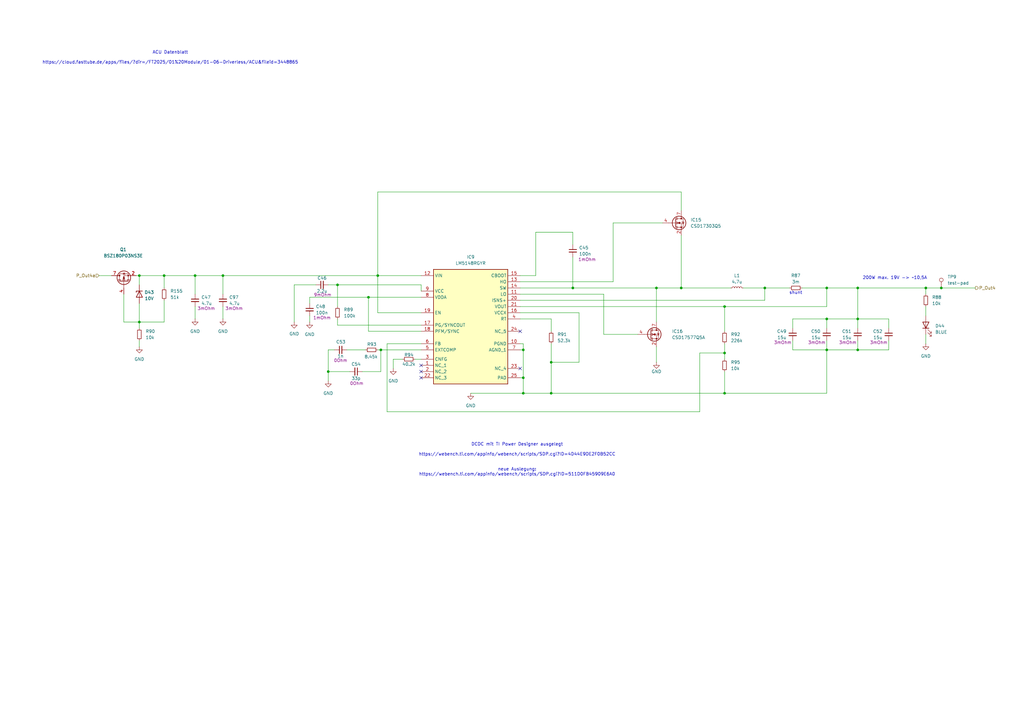
<source format=kicad_sch>
(kicad_sch (version 20231120) (generator "eeschema") (generator_version "8.0")
  (paper "A3")
  (title_block (title "PDU FT25") (date "2025-01-15") (rev "V1.2") (company "Janek Herm") (comment 1 "FaSTTUBe Electronics"))
  (lib_symbols
    (symbol "Connector:TestPoint" (pin_numbers hide) (pin_names (offset 0.762) hide)
      (property "Reference" "TP" (at 0 6.858 0))
      (property "Value" "TestPoint" (at 0 5.08 0))
      (symbol "TestPoint_0_1"
        (circle (center 0 3.302) (radius 0.762))
      )
      (symbol "TestPoint_1_1"
        (pin passive line (at 0 0 90) (length 2.54) (name "1") (number "1"))
      )
    )
    (symbol "Device:C_Small" (pin_numbers hide) (pin_names (offset 0.254) hide)
      (property "Reference" "C" (at 0.254 1.778 0))
      (property "Value" "C_Small" (at 0.254 -2.032 0))
      (symbol "C_Small_0_1"
        (polyline (pts (xy -1.524 -0.508) (xy 1.524 -0.508)) (stroke (width 0.3302)))
        (polyline (pts (xy -1.524 0.508) (xy 1.524 0.508)) (stroke (width 0.3048)))
      )
      (symbol "C_Small_1_1"
        (pin passive line (at 0 2.54 270) (length 2.032) (name "~") (number "1"))
        (pin passive line (at 0 -2.54 90) (length 2.032) (name "~") (number "2"))
      )
    )
    (symbol "Device:D_Zener" (pin_numbers hide) (pin_names (offset 1.016) hide)
      (property "Reference" "D" (at 0 2.54 0))
      (property "Value" "D_Zener" (at 0 -2.54 0))
      (symbol "D_Zener_0_1"
        (polyline (pts (xy 1.27 0) (xy -1.27 0)))
        (polyline (pts (xy -1.27 -1.27) (xy -1.27 1.27) (xy -0.762 1.27)) (stroke (width 0.254)))
        (polyline (pts (xy 1.27 -1.27) (xy 1.27 1.27) (xy -1.27 0) (xy 1.27 -1.27)) (stroke (width 0.254)))
      )
      (symbol "D_Zener_1_1"
        (pin passive line (at -3.81 0 0) (length 2.54) (name "K") (number "1"))
        (pin passive line (at 3.81 0 180) (length 2.54) (name "A") (number "2"))
      )
    )
    (symbol "Device:LED" (pin_numbers hide) (pin_names (offset 1.016) hide)
      (property "Reference" "D" (at 0 2.54 0))
      (property "Value" "LED" (at 0 -2.54 0))
      (symbol "LED_0_1"
        (polyline (pts (xy -1.27 -1.27) (xy -1.27 1.27)) (stroke (width 0.254)))
        (polyline (pts (xy -1.27 0) (xy 1.27 0)))
        (polyline (pts (xy 1.27 -1.27) (xy 1.27 1.27) (xy -1.27 0) (xy 1.27 -1.27)) (stroke (width 0.254)))
        (polyline (pts (xy -3.048 -0.762) (xy -4.572 -2.286) (xy -3.81 -2.286) (xy -4.572 -2.286) (xy -4.572 -1.524)))
        (polyline (pts (xy -1.778 -0.762) (xy -3.302 -2.286) (xy -2.54 -2.286) (xy -3.302 -2.286) (xy -3.302 -1.524)))
      )
      (symbol "LED_1_1"
        (pin passive line (at -3.81 0 0) (length 2.54) (name "K") (number "1"))
        (pin passive line (at 3.81 0 180) (length 2.54) (name "A") (number "2"))
      )
    )
    (symbol "Device:L_Small" (pin_numbers hide) (pin_names (offset 0.254) hide)
      (property "Reference" "L" (at 0.762 1.016 0))
      (property "Value" "L_Small" (at 0.762 -1.016 0))
      (symbol "L_Small_0_1"
        (arc (start 0 -2.032) (mid 0.5058 -1.524) (end 0 -1.016))
        (arc (start 0 -1.016) (mid 0.5058 -0.508) (end 0 0))
        (arc (start 0 0) (mid 0.5058 0.508) (end 0 1.016))
        (arc (start 0 1.016) (mid 0.5058 1.524) (end 0 2.032))
      )
      (symbol "L_Small_1_1"
        (pin passive line (at 0 2.54 270) (length 0.508) (name "~") (number "1"))
        (pin passive line (at 0 -2.54 90) (length 0.508) (name "~") (number "2"))
      )
    )
    (symbol "Device:R_Small" (pin_numbers hide) (pin_names (offset 0.254) hide)
      (property "Reference" "R" (at 0.762 0.508 0))
      (property "Value" "R_Small" (at 0.762 -1.016 0))
      (symbol "R_Small_0_1"
        (rectangle (start -0.762 1.778) (end 0.762 -1.778) (stroke (width 0.2032)))
      )
      (symbol "R_Small_1_1"
        (pin passive line (at 0 2.54 270) (length 0.762) (name "~") (number "1"))
        (pin passive line (at 0 -2.54 90) (length 0.762) (name "~") (number "2"))
      )
    )
    (symbol "FaSTTUBe_microcontrollers:BSZ180P03NS3E"
      (property "Reference" "Q" (at 4.445 0.635 0))
      (symbol "BSZ180P03NS3E_0_1"
        (circle (center -0.889 0) (radius 2.794) (stroke (width 0.254)))
        (circle (center 0 -1.778) (radius 0.254) (fill (type outline)))
        (polyline (pts (xy -2.286 0) (xy -5.08 0)))
        (polyline (pts (xy -2.286 1.905) (xy -2.286 -1.905)) (stroke (width 0.254)))
        (polyline (pts (xy -1.778 -1.27) (xy -1.778 -2.286)) (stroke (width 0.254)))
        (polyline (pts (xy -1.778 0.508) (xy -1.778 -0.508)) (stroke (width 0.254)))
        (polyline (pts (xy -1.778 2.286) (xy -1.778 1.27)) (stroke (width 0.254)))
        (polyline (pts (xy 0 1.905) (xy 0 2.54)))
        (polyline (pts (xy 0 2.54) (xy 0 1.778)))
        (polyline (pts (xy 0 -2.54) (xy 0 0) (xy -1.778 0)))
        (polyline (pts (xy -1.778 1.778) (xy 0.762 1.778) (xy 0.762 -1.778) (xy -1.778 -1.778)))
        (polyline (pts (xy -0.254 0) (xy -1.27 0.381) (xy -1.27 -0.381) (xy -0.254 0)) (fill (type outline)))
        (polyline (pts (xy 0.254 -0.508) (xy 0.381 -0.381) (xy 1.143 -0.381) (xy 1.27 -0.254)))
        (polyline (pts (xy 0.762 -0.381) (xy 0.381 0.254) (xy 1.143 0.254) (xy 0.762 -0.381)))
        (circle (center 0 1.778) (radius 0.254) (fill (type outline)))
      )
      (symbol "BSZ180P03NS3E_1_1"
        (pin passive line (at 0 -5.08 90) (length 2.54) hide (name "") (number "1"))
        (pin passive line (at 0 -5.08 90) (length 2.54) hide (name "") (number "10"))
        (pin passive line (at 0 -5.08 90) (length 2.54) (name "") (number "2"))
        (pin passive line (at 0 -5.08 90) (length 2.54) hide (name "") (number "3"))
        (pin input line (at -7.62 0 0) (length 2.54) (name "") (number "4"))
        (pin passive line (at 0 5.08 270) (length 2.54) hide (name "") (number "5"))
        (pin passive line (at 0 5.08 270) (length 2.54) hide (name "") (number "6"))
        (pin passive line (at 0 5.08 270) (length 2.54) (name "") (number "7"))
        (pin passive line (at 0 5.08 270) (length 2.54) hide (name "") (number "8"))
        (pin passive line (at 0 5.08 270) (length 2.54) hide (name "") (number "9"))
      )
    )
    (symbol "FaSTTUBe_microcontrollers:CSD17577Q5A"
      (property "Reference" "IC" (at 9.144 -15.113 0))
      (property "Value" "CSD17577Q5A" (at 9.906 -17.145 0))
      (symbol "CSD17577Q5A_0_1"
        (circle (center -0.889 -16.51) (radius 2.794) (stroke (width 0.254)))
        (circle (center 0 -18.288) (radius 0.254) (fill (type outline)))
        (circle (center 0 -14.732) (radius 0.254) (fill (type outline)))
        (polyline (pts (xy -2.286 -16.51) (xy -5.08 -16.51)))
        (polyline (pts (xy -2.286 -14.605) (xy -2.286 -18.415)) (stroke (width 0.254)))
        (polyline (pts (xy -1.778 -17.78) (xy -1.778 -18.796)) (stroke (width 0.254)))
        (polyline (pts (xy -1.778 -16.002) (xy -1.778 -17.018)) (stroke (width 0.254)))
        (polyline (pts (xy -1.778 -14.224) (xy -1.778 -15.24)) (stroke (width 0.254)))
        (polyline (pts (xy 0 -13.97) (xy 0 -14.732)))
        (polyline (pts (xy 0 -19.05) (xy 0 -16.51) (xy -1.778 -16.51)))
        (polyline (pts (xy -1.778 -18.288) (xy 0.762 -18.288) (xy 0.762 -14.732) (xy -1.778 -14.732)))
        (polyline (pts (xy -1.524 -16.51) (xy -0.508 -16.129) (xy -0.508 -16.891) (xy -1.524 -16.51)) (fill (type outline)))
        (polyline (pts (xy 0.254 -16.002) (xy 0.381 -16.129) (xy 1.143 -16.129) (xy 1.27 -16.256)))
        (polyline (pts (xy 0.762 -16.129) (xy 0.381 -16.764) (xy 1.143 -16.764) (xy 0.762 -16.129)))
      )
      (symbol "CSD17577Q5A_1_1"
        (pin passive line (at 0 -21.59 90) (length 2.54) hide (name "") (number "1"))
        (pin passive line (at 0 -21.59 90) (length 2.54) (name "") (number "2"))
        (pin passive line (at 0 -21.59 90) (length 2.54) hide (name "") (number "3"))
        (pin input line (at -7.62 -16.51 0) (length 2.54) (name "") (number "4"))
        (pin passive line (at 0 -11.43 270) (length 2.54) hide (name "") (number "5"))
        (pin passive line (at 0 -11.43 270) (length 2.54) hide (name "") (number "6"))
        (pin passive line (at 0 -11.43 270) (length 2.54) (name "") (number "7"))
        (pin passive line (at 0 -11.43 270) (length 2.54) hide (name "") (number "8"))
        (pin passive line (at 0 -11.43 270) (length 2.54) hide (name "") (number "9"))
      )
    )
    (symbol "LM5148RGYR:LM5148RGYR"
      (property "Reference" "IC" (at 36.83 17.78 0))
      (property "Value" "LM5148RGYR" (at 36.83 15.24 0))
      (symbol "LM5148RGYR_1_1"
        (rectangle (start 5.08 12.7) (end 35.56 -34.29) (stroke (width 0.254)) (fill (type background)))
        (pin passive line (at 0 -26.67 0) (length 5.08) (name "NC_1") (number "1"))
        (pin passive line (at 40.64 -17.78 180) (length 5.08) (name "PGND") (number "10"))
        (pin passive line (at 40.64 2.54 180) (length 5.08) (name "LO") (number "11"))
        (pin passive line (at 0 10.16 0) (length 5.08) (name "VIN") (number "12"))
        (pin passive line (at 40.64 7.62 180) (length 5.08) (name "HO") (number "13"))
        (pin passive line (at 40.64 5.08 180) (length 5.08) (name "SW") (number "14"))
        (pin passive line (at 40.64 10.16 180) (length 5.08) (name "CBOOT") (number "15"))
        (pin passive line (at 40.64 -5.08 180) (length 5.08) (name "VCCX") (number "16"))
        (pin passive line (at 0 -10.16 0) (length 5.08) (name "PG/SYNCOUT") (number "17"))
        (pin passive line (at 0 -12.7 0) (length 5.08) (name "PFM/SYNC") (number "18"))
        (pin passive line (at 0 -5.08 0) (length 5.08) (name "EN") (number "19"))
        (pin passive line (at 0 -29.21 0) (length 5.08) (name "NC_2") (number "2"))
        (pin passive line (at 40.64 0 180) (length 5.08) (name "ISNS+") (number "20"))
        (pin passive line (at 40.64 -2.54 180) (length 5.08) (name "VOUT") (number "21"))
        (pin passive line (at 0 -31.75 0) (length 5.08) (name "NC_3") (number "22"))
        (pin passive line (at 40.64 -27.94 180) (length 5.08) (name "NC_4") (number "23"))
        (pin passive line (at 40.64 -12.7 180) (length 5.08) (name "NC_5") (number "24"))
        (pin passive line (at 40.64 -31.75 180) (length 5.08) (name "PAD") (number "25"))
        (pin passive line (at 0 -24.13 0) (length 5.08) (name "CNFG") (number "3"))
        (pin passive line (at 40.64 -7.62 180) (length 5.08) (name "RT") (number "4"))
        (pin passive line (at 0 -20.32 0) (length 5.08) (name "EXTCOMP") (number "5"))
        (pin passive line (at 0 -17.78 0) (length 5.08) (name "FB") (number "6"))
        (pin passive line (at 40.64 -20.32 180) (length 5.08) (name "AGND_1") (number "7"))
        (pin passive line (at 0 1.27 0) (length 5.08) (name "VDDA") (number "8"))
        (pin passive line (at 0 3.81 0) (length 5.08) (name "VCC") (number "9"))
      )
    )
    (symbol "power:GND" (power) (pin_numbers hide) (pin_names (offset 0) hide)
      (property "Value" "GND" (at 0 -3.81 0))
      (symbol "GND_0_1"
        (polyline (pts (xy 0 0) (xy 0 -1.27) (xy 1.27 -1.27) (xy 0 -2.54) (xy -1.27 -1.27) (xy 0 -1.27)))
      )
      (symbol "GND_1_1"
        (pin power_in line (at 0 0 270) (length 0) (name "~") (number "1"))
      )
    )
  )
  (junction (at 214.63 161.29))
  (junction (at 279.4 118.11))
  (junction (at 351.79 130.81))
  (junction (at 57.15 113.03))
  (junction (at 339.09 143.51))
  (junction (at 386.08 118.11))
  (junction (at 379.73 118.11))
  (junction (at 67.31 113.03))
  (junction (at 80.01 113.03))
  (junction (at 351.79 118.11))
  (junction (at 269.24 118.11))
  (junction (at 226.06 161.29))
  (junction (at 151.13 121.92))
  (junction (at 214.63 154.94))
  (junction (at 297.18 144.78))
  (junction (at 156.21 143.51))
  (junction (at 313.69 118.11))
  (junction (at 297.18 125.73))
  (junction (at 138.43 116.84))
  (junction (at 234.95 118.11))
  (junction (at 57.15 132.08))
  (junction (at 154.94 113.03))
  (junction (at 91.44 113.03))
  (junction (at 226.06 148.59))
  (junction (at 339.09 118.11))
  (junction (at 297.18 161.29))
  (junction (at 339.09 130.81))
  (junction (at 351.79 143.51))
  (junction (at 134.62 152.4))
  (junction (at 214.63 143.51))
  (no_connect (at 172.72 152.4))
  (no_connect (at 172.72 154.94))
  (no_connect (at 172.72 149.86))
  (no_connect (at 213.36 151.13))
  (no_connect (at 213.36 135.89))
  (wire (pts (xy 226.06 130.81) (xy 226.06 135.89)))
  (wire (pts (xy 57.15 139.7) (xy 57.15 142.24)))
  (wire (pts (xy 339.09 130.81) (xy 351.79 130.81)))
  (wire (pts (xy 120.65 132.08) (xy 120.65 116.84)))
  (wire (pts (xy 297.18 152.4) (xy 297.18 161.29)))
  (wire (pts (xy 351.79 143.51) (xy 364.49 143.51)))
  (wire (pts (xy 213.36 128.27) (xy 237.49 128.27)))
  (wire (pts (xy 214.63 143.51) (xy 213.36 143.51)))
  (wire (pts (xy 158.75 168.91) (xy 287.02 168.91)))
  (wire (pts (xy 214.63 161.29) (xy 226.06 161.29)))
  (wire (pts (xy 127 121.92) (xy 127 124.46)))
  (wire (pts (xy 269.24 118.11) (xy 279.4 118.11)))
  (wire (pts (xy 226.06 148.59) (xy 226.06 161.29)))
  (wire (pts (xy 91.44 113.03) (xy 154.94 113.03)))
  (wire (pts (xy 339.09 139.7) (xy 339.09 143.51)))
  (wire (pts (xy 351.79 118.11) (xy 351.79 130.81)))
  (wire (pts (xy 351.79 118.11) (xy 379.73 118.11)))
  (wire (pts (xy 379.73 118.11) (xy 386.08 118.11)))
  (wire (pts (xy 364.49 134.62) (xy 364.49 130.81)))
  (wire (pts (xy 154.94 78.74) (xy 279.4 78.74)))
  (wire (pts (xy 297.18 161.29) (xy 339.09 161.29)))
  (wire (pts (xy 127 121.92) (xy 151.13 121.92)))
  (wire (pts (xy 325.12 134.62) (xy 325.12 130.81)))
  (wire (pts (xy 364.49 139.7) (xy 364.49 143.51)))
  (wire (pts (xy 339.09 143.51) (xy 339.09 161.29)))
  (wire (pts (xy 67.31 113.03) (xy 80.01 113.03)))
  (wire (pts (xy 214.63 140.97) (xy 213.36 140.97)))
  (wire (pts (xy 269.24 118.11) (xy 269.24 132.08)))
  (wire (pts (xy 148.59 152.4) (xy 156.21 152.4)))
  (wire (pts (xy 154.94 113.03) (xy 172.72 113.03)))
  (wire (pts (xy 172.72 128.27) (xy 154.94 128.27)))
  (wire (pts (xy 91.44 113.03) (xy 91.44 120.65)))
  (wire (pts (xy 80.01 125.73) (xy 80.01 130.81)))
  (wire (pts (xy 214.63 161.29) (xy 214.63 154.94)))
  (wire (pts (xy 172.72 140.97) (xy 158.75 140.97)))
  (wire (pts (xy 234.95 95.25) (xy 234.95 100.33)))
  (wire (pts (xy 120.65 116.84) (xy 129.54 116.84)))
  (wire (pts (xy 325.12 143.51) (xy 325.12 139.7)))
  (wire (pts (xy 156.21 152.4) (xy 156.21 143.51)))
  (wire (pts (xy 57.15 113.03) (xy 67.31 113.03)))
  (wire (pts (xy 213.36 130.81) (xy 226.06 130.81)))
  (wire (pts (xy 379.73 137.16) (xy 379.73 140.97)))
  (wire (pts (xy 325.12 130.81) (xy 339.09 130.81)))
  (wire (pts (xy 57.15 124.46) (xy 57.15 132.08)))
  (wire (pts (xy 161.29 151.13) (xy 161.29 147.32)))
  (wire (pts (xy 313.69 118.11) (xy 323.85 118.11)))
  (wire (pts (xy 158.75 140.97) (xy 158.75 168.91)))
  (wire (pts (xy 339.09 130.81) (xy 339.09 134.62)))
  (wire (pts (xy 379.73 125.73) (xy 379.73 129.54)))
  (wire (pts (xy 214.63 143.51) (xy 214.63 154.94)))
  (wire (pts (xy 138.43 133.35) (xy 138.43 130.81)))
  (wire (pts (xy 351.79 134.62) (xy 351.79 130.81)))
  (wire (pts (xy 313.69 123.19) (xy 313.69 118.11)))
  (wire (pts (xy 251.46 91.44) (xy 251.46 115.57)))
  (wire (pts (xy 386.08 118.11) (xy 400.05 118.11)))
  (wire (pts (xy 237.49 148.59) (xy 226.06 148.59)))
  (wire (pts (xy 351.79 130.81) (xy 364.49 130.81)))
  (wire (pts (xy 234.95 118.11) (xy 269.24 118.11)))
  (wire (pts (xy 154.94 113.03) (xy 154.94 78.74)))
  (wire (pts (xy 134.62 143.51) (xy 137.16 143.51)))
  (wire (pts (xy 80.01 113.03) (xy 91.44 113.03)))
  (wire (pts (xy 247.65 120.65) (xy 213.36 120.65)))
  (wire (pts (xy 213.36 118.11) (xy 234.95 118.11)))
  (wire (pts (xy 219.71 113.03) (xy 219.71 95.25)))
  (wire (pts (xy 91.44 125.73) (xy 91.44 130.81)))
  (wire (pts (xy 138.43 125.73) (xy 138.43 116.84)))
  (wire (pts (xy 213.36 113.03) (xy 219.71 113.03)))
  (wire (pts (xy 279.4 78.74) (xy 279.4 86.36)))
  (wire (pts (xy 57.15 113.03) (xy 57.15 116.84)))
  (wire (pts (xy 247.65 120.65) (xy 247.65 137.16)))
  (wire (pts (xy 351.79 139.7) (xy 351.79 143.51)))
  (wire (pts (xy 151.13 135.89) (xy 151.13 121.92)))
  (wire (pts (xy 127 129.54) (xy 127 132.08)))
  (wire (pts (xy 325.12 143.51) (xy 339.09 143.51)))
  (wire (pts (xy 339.09 118.11) (xy 339.09 125.73)))
  (wire (pts (xy 379.73 118.11) (xy 379.73 120.65)))
  (wire (pts (xy 67.31 132.08) (xy 57.15 132.08)))
  (wire (pts (xy 219.71 95.25) (xy 234.95 95.25)))
  (wire (pts (xy 149.86 143.51) (xy 142.24 143.51)))
  (wire (pts (xy 297.18 140.97) (xy 297.18 144.78)))
  (wire (pts (xy 134.62 152.4) (xy 134.62 156.21)))
  (wire (pts (xy 297.18 125.73) (xy 297.18 135.89)))
  (wire (pts (xy 279.4 96.52) (xy 279.4 118.11)))
  (wire (pts (xy 134.62 143.51) (xy 134.62 152.4)))
  (wire (pts (xy 50.8 120.65) (xy 50.8 132.08)))
  (wire (pts (xy 304.8 118.11) (xy 313.69 118.11)))
  (wire (pts (xy 161.29 147.32) (xy 165.1 147.32)))
  (wire (pts (xy 214.63 154.94) (xy 213.36 154.94)))
  (wire (pts (xy 80.01 113.03) (xy 80.01 120.65)))
  (wire (pts (xy 172.72 121.92) (xy 151.13 121.92)))
  (wire (pts (xy 339.09 118.11) (xy 351.79 118.11)))
  (wire (pts (xy 154.94 143.51) (xy 156.21 143.51)))
  (wire (pts (xy 234.95 105.41) (xy 234.95 118.11)))
  (wire (pts (xy 287.02 168.91) (xy 287.02 144.78)))
  (wire (pts (xy 138.43 116.84) (xy 172.72 116.84)))
  (wire (pts (xy 154.94 128.27) (xy 154.94 113.03)))
  (wire (pts (xy 339.09 143.51) (xy 351.79 143.51)))
  (wire (pts (xy 269.24 148.59) (xy 269.24 142.24)))
  (wire (pts (xy 172.72 133.35) (xy 138.43 133.35)))
  (wire (pts (xy 193.04 161.29) (xy 214.63 161.29)))
  (wire (pts (xy 172.72 116.84) (xy 172.72 119.38)))
  (wire (pts (xy 226.06 161.29) (xy 297.18 161.29)))
  (wire (pts (xy 172.72 135.89) (xy 151.13 135.89)))
  (wire (pts (xy 213.36 115.57) (xy 251.46 115.57)))
  (wire (pts (xy 170.18 147.32) (xy 172.72 147.32)))
  (wire (pts (xy 67.31 113.03) (xy 67.31 118.11)))
  (wire (pts (xy 214.63 140.97) (xy 214.63 143.51)))
  (wire (pts (xy 55.88 113.03) (xy 57.15 113.03)))
  (wire (pts (xy 57.15 132.08) (xy 57.15 134.62)))
  (wire (pts (xy 247.65 137.16) (xy 261.62 137.16)))
  (wire (pts (xy 226.06 140.97) (xy 226.06 148.59)))
  (wire (pts (xy 328.93 118.11) (xy 339.09 118.11)))
  (wire (pts (xy 279.4 118.11) (xy 299.72 118.11)))
  (wire (pts (xy 67.31 123.19) (xy 67.31 132.08)))
  (wire (pts (xy 134.62 152.4) (xy 143.51 152.4)))
  (wire (pts (xy 297.18 144.78) (xy 297.18 147.32)))
  (wire (pts (xy 156.21 143.51) (xy 172.72 143.51)))
  (wire (pts (xy 287.02 144.78) (xy 297.18 144.78)))
  (wire (pts (xy 40.64 113.03) (xy 45.72 113.03)))
  (wire (pts (xy 213.36 125.73) (xy 297.18 125.73)))
  (wire (pts (xy 213.36 123.19) (xy 313.69 123.19)))
  (wire (pts (xy 251.46 91.44) (xy 271.78 91.44)))
  (wire (pts (xy 297.18 125.73) (xy 339.09 125.73)))
  (wire (pts (xy 134.62 116.84) (xy 138.43 116.84)))
  (wire (pts (xy 50.8 132.08) (xy 57.15 132.08)))
  (wire (pts (xy 237.49 128.27) (xy 237.49 148.59)))
  (text "ACU Datenblatt\n\nhttps://cloud.fasttube.de/apps/files/?dir=/FT2025/01%20Module/01-06-Driverless/ACU&fileid=3448865" (at 69.85 23.622 0) (effects (font (size 1.27 1.27))))
  (text "200W max. 19V -> ~10,5A" (at 367.03 114.046 0) (effects (font (size 1.27 1.27))))
  (text "DCDC mit TI Power Designer ausgelegt\n\nhttps://webench.ti.com/appinfo/webench/scripts/SDP.cgi?ID=4D44E9DE2F0B52CC\n\n\nneue Auslegung:\nhttps://webench.ti.com/appinfo/webench/scripts/SDP.cgi?ID=511D0FB45909E6A0" (at 212.09 188.468 0) (effects (font (size 1.27 1.27))))
  (text "shunt" (at 326.39 120.142 0) (effects (font (size 1.27 1.27))))
  (hierarchical_label "P_Out4" (shape output) (at 400.05 118.11 0))
  (hierarchical_label "P_Out4a" (shape input) (at 40.64 113.03 180))
  (symbol (lib_id "power:GND") (at 269.24 148.59 0) (unit 1)
    (property "Reference" "#PWR0147" (effects (hide yes)))
    (property "Value" "GND" (at 267.208 152.3999 0) (effects (justify left)))
    (property "Description" "Power symbol creates a global label with name \"GND\" , ground" (effects (hide yes)))
  )
  (symbol (lib_id "FaSTTUBe_microcontrollers:CSD17577Q5A") (at 269.24 120.65 0) (unit 1)
    (property "Reference" "IC16" (at 275.59 135.8899 0) (effects (justify left)))
    (property "Value" "CSD17577Q5A" (at 275.59 138.4299 0) (effects (justify left)))
    (property "Footprint" "CSD17303Q5:CSD17303Q5" (effects (hide yes)))
    (property "Datasheet" "https://www.ti.com/lit/ds/symlink/csd17577q5a.pdf" (effects (hide yes)))
  )
  (symbol (lib_id "Device:R_Small") (at 152.4 143.51 270) (unit 1)
    (property "Reference" "R93" (at 154.4319 141.224 90) (effects (justify right)))
    (property "Value" "8.45k" (at 154.9399 146.304 90) (effects (justify right)))
    (property "Footprint" "Resistor_SMD:R_0603_1608Metric" (effects (hide yes)))
    (property "Description" "63mW, 1% Tolerance" (effects (hide yes)))
  )
  (symbol (lib_id "Device:R_Small") (at 226.06 138.43 180) (unit 1)
    (property "Reference" "R91" (at 228.6 137.1599 0) (effects (justify right)))
    (property "Value" "52.3k" (at 228.6 139.6999 0) (effects (justify right)))
    (property "Footprint" "Resistor_SMD:R_0603_1608Metric" (effects (hide yes)))
    (property "Description" "63mW, 1%" (effects (hide yes)))
  )
  (symbol (lib_id "Device:C_Small") (at 91.44 123.19 0) (unit 1)
    (property "Reference" "C97" (at 93.98 121.9262 0) (effects (justify left)))
    (property "Value" "4.7u" (at 93.98 124.4662 0) (effects (justify left)))
    (property "Footprint" "Capacitor_SMD:C_1210_3225Metric" (effects (hide yes)))
    (property "Description" "X7R, 50V" (effects (hide yes)))
    (property "Resistance" "3mOhm" (at 96.012 126.492 0))
    (property "MPR" "GRM31CR71H475KA12L" (effects (hide yes)))
  )
  (symbol (lib_id "power:GND") (at 379.73 140.97 0) (unit 1)
    (property "Reference" "#PWR0146" (effects (hide yes)))
    (property "Value" "GND" (at 379.73 146.05 0))
    (property "Description" "Power symbol creates a global label with name \"GND\" , ground" (effects (hide yes)))
  )
  (symbol (lib_id "Device:R_Small") (at 167.64 147.32 90) (unit 1)
    (property "Reference" "R94" (at 169.6719 145.542 90) (effects (justify left)))
    (property "Value" "40.2k" (at 170.4339 149.352 90) (effects (justify left)))
    (property "Footprint" "Resistor_SMD:R_0603_1608Metric" (effects (hide yes)))
    (property "Description" "100mW, 1% Tolerance" (effects (hide yes)))
  )
  (symbol (lib_id "Device:C_Small") (at 139.7 143.51 90) (unit 1)
    (property "Reference" "C53" (at 141.7382 140.208 90) (effects (justify left)))
    (property "Value" "1n" (at 140.9762 146.05 90) (effects (justify left)))
    (property "Footprint" "Capacitor_SMD:C_0603_1608Metric" (effects (hide yes)))
    (property "Description" "C0G / NP0, 50V" (effects (hide yes)))
    (property "Resistance" "0Ohm" (at 139.7 147.828 90))
  )
  (symbol (lib_id "Device:C_Small") (at 325.12 137.16 0) (mirror y) (unit 1)
    (property "Reference" "C49" (at 322.58 135.8962 0) (effects (justify left)))
    (property "Value" "15u" (at 322.58 138.4362 0) (effects (justify left)))
    (property "Footprint" "Capacitor_SMD:C_2220_5750Metric" (effects (hide yes)))
    (property "Description" "X7R, 50V" (effects (hide yes)))
    (property "Resistance" "3mOhm" (at 321.056 140.462 0))
  )
  (symbol (lib_id "power:GND") (at 134.62 156.21 0) (unit 1)
    (property "Reference" "#PWR0149" (effects (hide yes)))
    (property "Value" "GND" (at 134.62 161.29 0))
    (property "Description" "Power symbol creates a global label with name \"GND\" , ground" (effects (hide yes)))
  )
  (symbol (lib_id "Device:L_Small") (at 302.26 118.11 90) (unit 1)
    (property "Reference" "L1" (at 302.26 113.03 90))
    (property "Value" "4.7u" (at 302.26 115.57 90))
    (property "Footprint" "7443330330:WE-HCC_109021" (effects (hide yes)))
    (property "Datasheet" "https://www.we-online.com/components/products/datasheet/7443330330.pdf" (effects (hide yes)))
    (property "Description" "Inductor, small symbol" (effects (hide yes)))
    (property "MPR" "7443330330" (effects (hide yes)))
  )
  (symbol (lib_id "Device:R_Small") (at 379.73 123.19 0) (unit 1)
    (property "Reference" "R88" (at 382.27 121.9199 0) (effects (justify left)))
    (property "Value" "10k" (at 382.27 124.4599 0) (effects (justify left)))
    (property "Footprint" "Resistor_SMD:R_0603_1608Metric" (effects (hide yes)))
    (property "Description" "Resistor, small symbol" (effects (hide yes)))
  )
  (symbol (lib_id "Connector:TestPoint") (at 386.08 118.11 0) (unit 1)
    (property "Reference" "TP9" (at 388.62 113.5379 0) (effects (justify left)))
    (property "Value" "test-pad" (at 388.62 116.0779 0) (effects (justify left)))
    (property "Footprint" "5025:5025" (effects (hide yes)))
    (property "Description" "test point" (effects (hide yes)))
  )
  (symbol (lib_id "Device:R_Small") (at 57.15 137.16 0) (unit 1)
    (property "Reference" "R90" (at 59.69 135.8899 0) (effects (justify left)))
    (property "Value" "10k" (at 59.69 138.4299 0) (effects (justify left)))
    (property "Footprint" "Resistor_SMD:R_0603_1608Metric" (effects (hide yes)))
    (property "Description" "Resistor, small symbol" (effects (hide yes)))
  )
  (symbol (lib_id "Device:C_Small") (at 339.09 137.16 0) (mirror y) (unit 1)
    (property "Reference" "C50" (at 336.55 135.8962 0) (effects (justify left)))
    (property "Value" "15u" (at 336.55 138.4362 0) (effects (justify left)))
    (property "Footprint" "Capacitor_SMD:C_2220_5750Metric" (effects (hide yes)))
    (property "Description" "X7R, 50V" (effects (hide yes)))
    (property "Resistance" "3mOhm" (at 335.026 140.462 0))
  )
  (symbol (lib_id "Device:R_Small") (at 297.18 138.43 0) (unit 1)
    (property "Reference" "R92" (at 299.72 137.1599 0) (effects (justify left)))
    (property "Value" "226k" (at 299.72 139.6999 0) (effects (justify left)))
    (property "Footprint" "Resistor_SMD:R_0603_1608Metric" (effects (hide yes)))
    (property "Description" "63mW, 1%" (effects (hide yes)))
  )
  (symbol (lib_id "power:GND") (at 127 132.08 0) (unit 1)
    (property "Reference" "#PWR0144" (effects (hide yes)))
    (property "Value" "GND" (at 127 137.16 0))
    (property "Description" "Power symbol creates a global label with name \"GND\" , ground" (effects (hide yes)))
  )
  (symbol (lib_id "Device:C_Small") (at 351.79 137.16 0) (mirror y) (unit 1)
    (property "Reference" "C51" (at 349.25 135.8962 0) (effects (justify left)))
    (property "Value" "15u" (at 349.25 138.4362 0) (effects (justify left)))
    (property "Footprint" "Capacitor_SMD:C_2220_5750Metric" (effects (hide yes)))
    (property "Description" "X7R, 50V" (effects (hide yes)))
    (property "Resistance" "3mOhm" (at 347.726 140.462 0))
  )
  (symbol (lib_id "FaSTTUBe_microcontrollers:CSD17577Q5A") (at 279.4 74.93 0) (unit 1)
    (property "Reference" "IC15" (at 283.21 90.1699 0) (effects (justify left)))
    (property "Value" "CSD17303Q5" (at 283.21 92.7099 0) (effects (justify left)))
    (property "Footprint" "CSD17303Q5:CSD17303Q5" (effects (hide yes)))
    (property "Datasheet" "https://www.ti.com/lit/ds/symlink/csd17303q5.pdf" (effects (hide yes)))
  )
  (symbol (lib_id "Device:R_Small") (at 138.43 128.27 0) (unit 1)
    (property "Reference" "R89" (at 140.97 126.9999 0) (effects (justify left)))
    (property "Value" "100k" (at 140.97 129.5399 0) (effects (justify left)))
    (property "Footprint" "Resistor_SMD:R_0603_1608Metric" (effects (hide yes)))
    (property "Description" "100mW, 1% Tolerance" (effects (hide yes)))
  )
  (symbol (lib_id "Device:C_Small") (at 146.05 152.4 270) (unit 1)
    (property "Reference" "C54" (at 146.0436 149.352 90))
    (property "Value" "33p" (at 146.0436 155.194 90))
    (property "Footprint" "Capacitor_SMD:C_0805_2012Metric" (effects (hide yes)))
    (property "Description" "C0G / NP0, 50V" (effects (hide yes)))
    (property "Resistance" "0Ohm" (at 146.304 157.226 90))
  )
  (symbol (lib_id "FaSTTUBe_microcontrollers:BSZ180P03NS3E") (at 50.8 113.03 90) (unit 1)
    (property "Reference" "Q1" (at 50.546 102.362 90))
    (property "Value" "BSZ180P03NS3E" (at 50.546 104.902 90))
    (property "Footprint" "BSZ180P03NS3E:TSDSON-8-FL_INF" (effects (hide yes)))
    (property "Datasheet" "https://www.mouser.de/datasheet/2/196/Infineon_BSZ180P03NS3E_G_DS_v02_01_en-1731313.pdf" (effects (hide yes)))
  )
  (symbol (lib_id "LM5148RGYR:LM5148RGYR") (at 172.72 123.19 0) (unit 1)
    (property "Reference" "IC9" (at 193.04 105.41 0))
    (property "Value" "LM5148RGYR" (at 193.04 107.95 0))
    (property "Footprint" "LM5148RGY:LM5148RGYR" (effects (hide yes)))
    (property "Datasheet" "https://www.ti.com/lit/ds/symlink/lm5148.pdf?ts=1680990210570&ref_url=https%253A%252F%252Fwww.ti.com%252Fproduct%252FLM5148" (effects (hide yes)))
    (property "Description" "Switching Controllers 3.5-V to 80-V, current mode synchronous buck controller" (effects (hide yes)))
    (property "Height" "1" (effects (hide yes)))
    (property "Mouser Part Number" "595-LM5148RGYR" (effects (hide yes)))
    (property "Mouser Price/Stock" "https://www.mouser.co.uk/ProductDetail/Texas-Instruments/LM5148RGYR?qs=Jm2GQyTW%2FbgsJOyzcNbTmw%3D%3D" (effects (hide yes)))
    (property "Manufacturer_Name" "Texas Instruments" (effects (hide yes)))
    (property "Manufacturer_Part_Number" "LM5148RGYR" (effects (hide yes)))
  )
  (symbol (lib_id "Device:R_Small") (at 297.18 149.86 0) (unit 1)
    (property "Reference" "R95" (at 299.72 148.5899 0) (effects (justify left)))
    (property "Value" "10k" (at 299.72 151.1299 0) (effects (justify left)))
    (property "Footprint" "Resistor_SMD:R_0603_1608Metric" (effects (hide yes)))
    (property "Description" "63mW, 1%" (effects (hide yes)))
  )
  (symbol (lib_id "power:GND") (at 80.01 130.81 0) (unit 1)
    (property "Reference" "#PWR0142" (effects (hide yes)))
    (property "Value" "GND" (at 80.01 135.89 0))
    (property "Description" "Power symbol creates a global label with name \"GND\" , ground" (effects (hide yes)))
  )
  (symbol (lib_id "Device:D_Zener") (at 57.15 120.65 90) (mirror x) (unit 1)
    (property "Reference" "D43" (at 61.214 119.888 90))
    (property "Value" "10V" (at 61.214 122.428 90))
    (property "Footprint" "3SMAJ5934B-TP:DIOM5226X244N" (effects (hide yes)))
    (property "Datasheet" "https://www.mouser.de/datasheet/2/258/3SMAJ5918B_3SMAJ5956B_SMA_-3423242.pdf" (effects (hide yes)))
    (property "Description" "Zener diode" (effects (hide yes)))
    (property "MPR" "3SMAJ5925B" (effects (hide yes)))
  )
  (symbol (lib_id "Device:LED") (at 379.73 133.35 90) (unit 1)
    (property "Reference" "D44" (at 383.54 133.6674 90) (effects (justify right)))
    (property "Value" "BLUE" (at 383.54 136.2074 90) (effects (justify right)))
    (property "Footprint" "LED_SMD:LED_0603_1608Metric" (effects (hide yes)))
    (property "Datasheet" "https://www.we-online.com/components/products/datasheet/150060BS75000.pdf" (effects (hide yes)))
    (property "Description" "Light emitting diode" (effects (hide yes)))
    (property "MPR" "150060BS75000" (effects (hide yes)))
  )
  (symbol (lib_id "power:GND") (at 193.04 161.29 0) (unit 1)
    (property "Reference" "#PWR0150" (effects (hide yes)))
    (property "Value" "GND" (at 193.04 166.37 0))
    (property "Description" "Power symbol creates a global label with name \"GND\" , ground" (effects (hide yes)))
  )
  (symbol (lib_id "power:GND") (at 91.44 130.81 0) (unit 1)
    (property "Reference" "#PWR0229" (effects (hide yes)))
    (property "Value" "GND" (at 91.44 135.89 0))
    (property "Description" "Power symbol creates a global label with name \"GND\" , ground" (effects (hide yes)))
  )
  (symbol (lib_id "Device:C_Small") (at 132.08 116.84 90) (unit 1)
    (property "Reference" "C46" (at 132.0863 114.046 90))
    (property "Value" "2.2u" (at 132.0863 119.38 90))
    (property "Footprint" "Capacitor_SMD:C_0603_1608Metric" (effects (hide yes)))
    (property "Description" "X7R, 10V" (effects (hide yes)))
    (property "Resistance" "9mOhm" (at 132.334 120.904 90))
    (property "MPR" "GRM188R71A225KE15D" (effects (hide yes)))
  )
  (symbol (lib_id "power:GND") (at 57.15 142.24 0) (unit 1)
    (property "Reference" "#PWR0145" (effects (hide yes)))
    (property "Value" "GND" (at 57.15 147.32 0))
    (property "Description" "Power symbol creates a global label with name \"GND\" , ground" (effects (hide yes)))
  )
  (symbol (lib_id "Device:R_Small") (at 67.31 120.65 0) (unit 1)
    (property "Reference" "R155" (at 69.85 119.3799 0) (effects (justify left)))
    (property "Value" "51k" (at 69.85 121.9199 0) (effects (justify left)))
    (property "Footprint" "Resistor_SMD:R_0603_1608Metric" (effects (hide yes)))
    (property "Description" "Resistor, small symbol" (effects (hide yes)))
  )
  (symbol (lib_id "Device:R_Small") (at 326.39 118.11 90) (unit 1)
    (property "Reference" "R87" (at 326.39 113.03 90))
    (property "Value" "3m" (at 326.39 115.57 90))
    (property "Footprint" "Resistor_SMD:R_2512_6332Metric" (effects (hide yes)))
    (property "Description" "Resistor, small symbol" (effects (hide yes)))
    (property "MPR" "MFSA1206R0050FCM" (effects (hide yes)))
  )
  (symbol (lib_id "Device:C_Small") (at 127 127 0) (unit 1)
    (property "Reference" "C48" (at 129.54 125.7362 0) (effects (justify left)))
    (property "Value" "100n" (at 129.54 128.2762 0) (effects (justify left)))
    (property "Footprint" "Capacitor_SMD:C_0603_1608Metric" (effects (hide yes)))
    (property "Description" "X7R, 10V" (effects (hide yes)))
    (property "Resistance" "1mOhm" (at 132.08 130.302 0))
    (property "MPR" "GRM155R71A104KA01D" (effects (hide yes)))
  )
  (symbol (lib_id "Device:C_Small") (at 234.95 102.87 0) (unit 1)
    (property "Reference" "C45" (at 237.49 101.6062 0) (effects (justify left)))
    (property "Value" "100n" (at 237.49 104.1462 0) (effects (justify left)))
    (property "Footprint" "Capacitor_SMD:C_0603_1608Metric" (effects (hide yes)))
    (property "Description" "X7R, 10V" (effects (hide yes)))
    (property "Resistance" "1mOhm" (at 240.792 106.426 0))
  )
  (symbol (lib_id "Device:C_Small") (at 80.01 123.19 0) (unit 1)
    (property "Reference" "C47" (at 82.55 121.9262 0) (effects (justify left)))
    (property "Value" "4.7u" (at 82.55 124.4662 0) (effects (justify left)))
    (property "Footprint" "Capacitor_SMD:C_1210_3225Metric" (effects (hide yes)))
    (property "Description" "X7R, 50V" (effects (hide yes)))
    (property "Resistance" "3mOhm" (at 84.582 126.492 0))
    (property "MPR" "GRM31CR71H475KA12L" (effects (hide yes)))
  )
  (symbol (lib_id "power:GND") (at 120.65 132.08 0) (unit 1)
    (property "Reference" "#PWR0143" (effects (hide yes)))
    (property "Value" "GND" (at 118.618 136.9059 0) (effects (justify left)))
    (property "Description" "Power symbol creates a global label with name \"GND\" , ground" (effects (hide yes)))
  )
  (symbol (lib_id "power:GND") (at 161.29 151.13 0) (unit 1)
    (property "Reference" "#PWR0148" (effects (hide yes)))
    (property "Value" "GND" (at 161.29 156.21 0))
    (property "Description" "Power symbol creates a global label with name \"GND\" , ground" (effects (hide yes)))
  )
  (symbol (lib_id "Device:C_Small") (at 364.49 137.16 0) (mirror y) (unit 1)
    (property "Reference" "C52" (at 361.95 135.8962 0) (effects (justify left)))
    (property "Value" "15u" (at 361.95 138.4362 0) (effects (justify left)))
    (property "Footprint" "Capacitor_SMD:C_2220_5750Metric" (effects (hide yes)))
    (property "Description" "X7R, 50V" (effects (hide yes)))
    (property "Resistance" "3mOhm" (at 360.426 140.462 0))
  )
)
</source>
